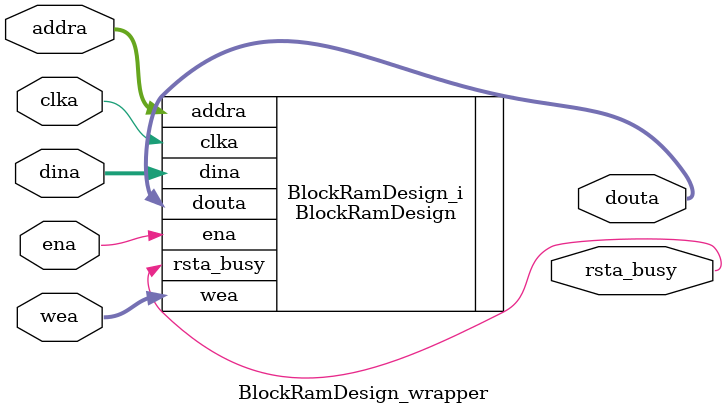
<source format=v>
`timescale 1 ps / 1 ps

module BlockRamDesign_wrapper
   (addra,
    clka,
    dina,
    douta,
    ena,
    rsta_busy,
    wea);
  input [15:0]addra;
  input clka;
  input [15:0]dina;
  output [15:0]douta;
  input ena;
  output rsta_busy;
  input [1:0]wea;

  wire [15:0]addra;
  wire clka;
  wire [15:0]dina;
  wire [15:0]douta;
  wire ena;
  wire rsta_busy;
  wire [1:0]wea;

  BlockRamDesign BlockRamDesign_i
       (.addra(addra),
        .clka(clka),
        .dina(dina),
        .douta(douta),
        .ena(ena),
        .rsta_busy(rsta_busy),
        .wea(wea));
endmodule

</source>
